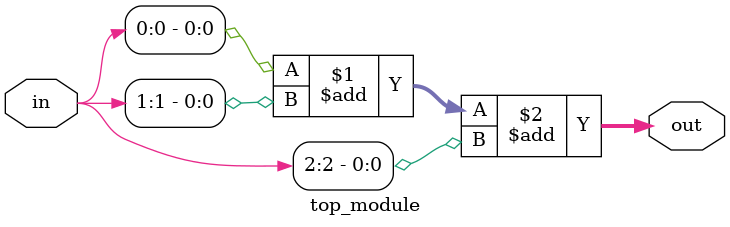
<source format=sv>
module top_module (
    input [2:0] in,
    output [1:0] out
);

    // Add the three input bits together
    assign out = in[0] + in[1] + in[2];

endmodule

</source>
